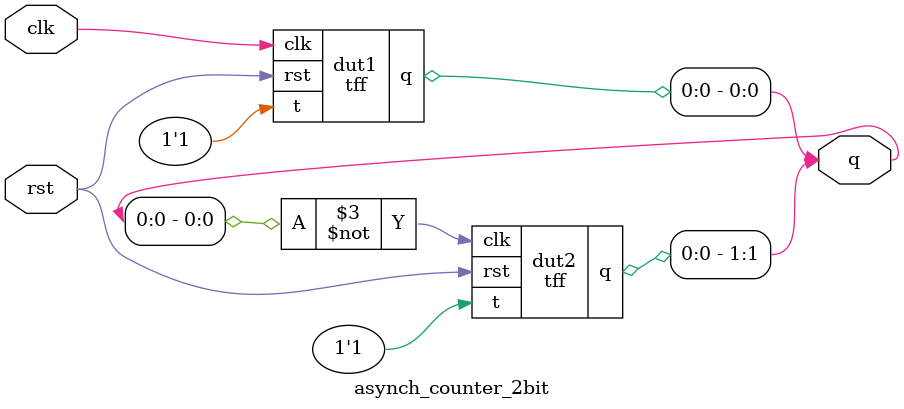
<source format=v>
module tff(t,clk,rst,q);
   input clk,rst,t;
   output reg q;

   always@(posedge clk or posedge rst)begin
       if(rst) q=0;
	   else begin
	      if(t) q=~q;
		  else q=q;
	   end
   end
endmodule

//2bit asynchronous counter using  tff
module asynch_counter_2bit(clk,rst,q);
   input clk,rst;
   output [1:0]q;
   tff dut1(.t(1),.clk(clk),.rst(rst),.q(q[0]));
   tff dut2(.t(1),.clk(~q[0]),.rst(rst),.q(q[1]));
endmodule 


</source>
